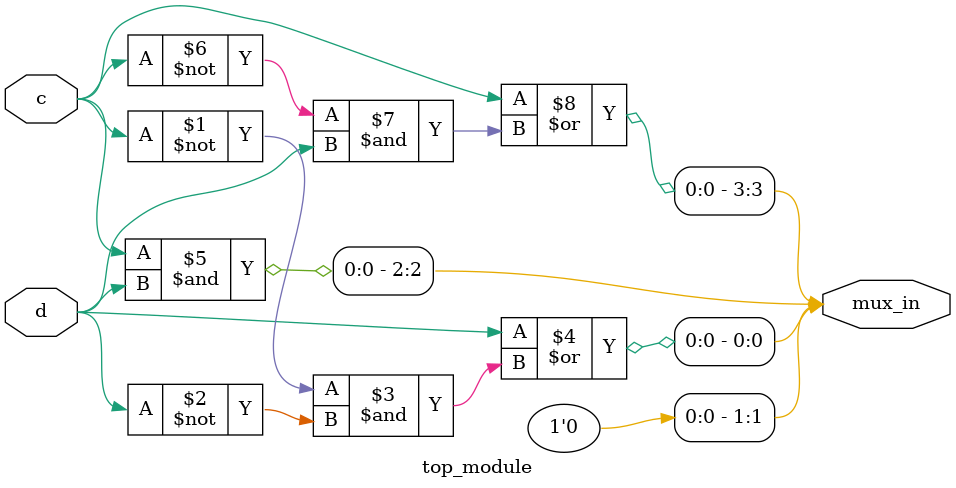
<source format=sv>
module top_module (
    input c,
    input d,
    output [3:0] mux_in
);
    
    // Primary output assignments based on the Karnaugh map
    assign mux_in[0] = d | (~c & ~d);    // Covering cells 1, 5, 9, and 12
    assign mux_in[1] = 1'b0;             // Covering cells 2, 6, 10, and 14
    assign mux_in[2] = c & d;            // Covering cells 3, 7, 11, and 15
    assign mux_in[3] = c | (~c & d);     // Covering cells 4, 8, 12, and 16

endmodule

</source>
